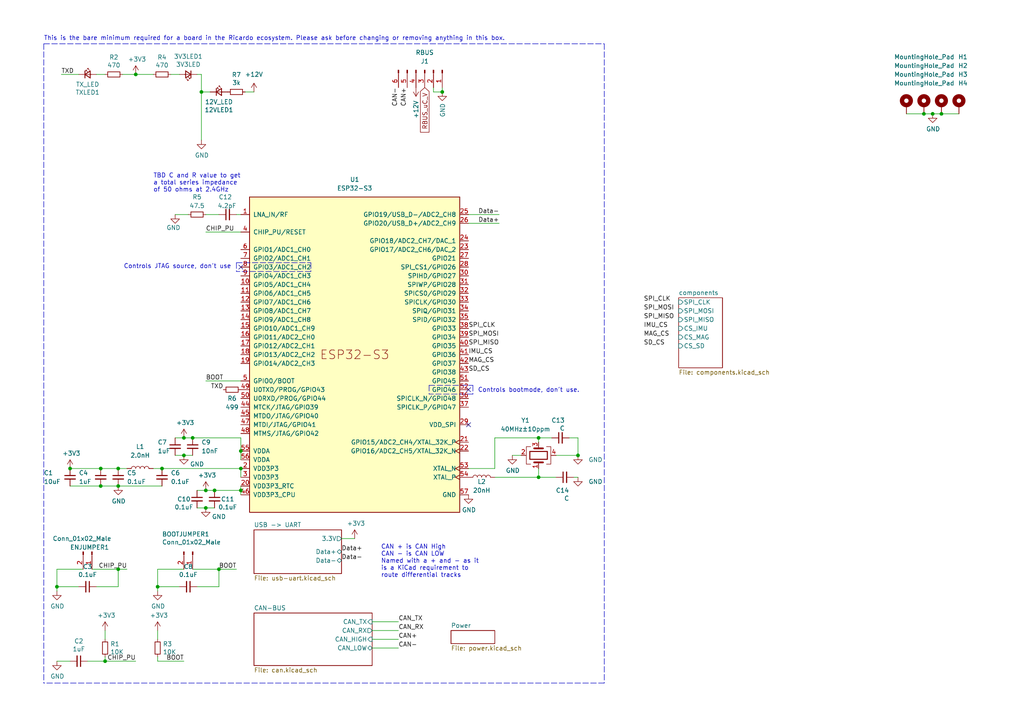
<source format=kicad_sch>
(kicad_sch (version 20211123) (generator eeschema)
  (paper "A4")
  (lib_symbols
    (symbol "Connector:Conn_01x02_Male" (pin_names (offset 1.016) hide)
      (property "Reference" "J" (at 0 2.54 0))
      (property "Value" "Conn_01x02_Male" (at 0 -5.08 0))
      (symbol "Conn_01x02_Male_1_1"
        (polyline (pts (xy 1.27 -2.54) (xy 0.8636 -2.54)) (stroke (width 0.1524)))
        (polyline (pts (xy 1.27 0) (xy 0.8636 0)) (stroke (width 0.1524)))
        (rectangle (start 0.8636 -2.413) (end 0 -2.667) (stroke (width 0.1524)) (fill (type outline)))
        (rectangle (start 0.8636 0.127) (end 0 -0.127) (stroke (width 0.1524)) (fill (type outline)))
        (pin passive line (at 5.08 0 180) (length 3.81) (name "Pin_1") (number "1"))
        (pin passive line (at 5.08 -2.54 180) (length 3.81) (name "Pin_2") (number "2"))
      )
    )
    (symbol "Connector:Conn_01x06_Male" (pin_names (offset 1.016) hide)
      (property "Reference" "J" (at 0 7.62 0))
      (property "Value" "Conn_01x06_Male" (at 0 -10.16 0))
      (symbol "Conn_01x06_Male_1_1"
        (polyline (pts (xy 1.27 -7.62) (xy 0.8636 -7.62)) (stroke (width 0.1524)))
        (polyline (pts (xy 1.27 -5.08) (xy 0.8636 -5.08)) (stroke (width 0.1524)))
        (polyline (pts (xy 1.27 -2.54) (xy 0.8636 -2.54)) (stroke (width 0.1524)))
        (polyline (pts (xy 1.27 0) (xy 0.8636 0)) (stroke (width 0.1524)))
        (polyline (pts (xy 1.27 2.54) (xy 0.8636 2.54)) (stroke (width 0.1524)))
        (polyline (pts (xy 1.27 5.08) (xy 0.8636 5.08)) (stroke (width 0.1524)))
        (rectangle (start 0.8636 -7.493) (end 0 -7.747) (stroke (width 0.1524)) (fill (type outline)))
        (rectangle (start 0.8636 -4.953) (end 0 -5.207) (stroke (width 0.1524)) (fill (type outline)))
        (rectangle (start 0.8636 -2.413) (end 0 -2.667) (stroke (width 0.1524)) (fill (type outline)))
        (rectangle (start 0.8636 0.127) (end 0 -0.127) (stroke (width 0.1524)) (fill (type outline)))
        (rectangle (start 0.8636 2.667) (end 0 2.413) (stroke (width 0.1524)) (fill (type outline)))
        (rectangle (start 0.8636 5.207) (end 0 4.953) (stroke (width 0.1524)) (fill (type outline)))
        (pin passive line (at 5.08 5.08 180) (length 3.81) (name "Pin_1") (number "1"))
        (pin passive line (at 5.08 2.54 180) (length 3.81) (name "Pin_2") (number "2"))
        (pin passive line (at 5.08 0 180) (length 3.81) (name "Pin_3") (number "3"))
        (pin passive line (at 5.08 -2.54 180) (length 3.81) (name "Pin_4") (number "4"))
        (pin passive line (at 5.08 -5.08 180) (length 3.81) (name "Pin_5") (number "5"))
        (pin passive line (at 5.08 -7.62 180) (length 3.81) (name "Pin_6") (number "6"))
      )
    )
    (symbol "Device:C_Small" (pin_numbers hide) (pin_names (offset 0.254) hide)
      (property "Reference" "C" (at 0.254 1.778 0))
      (property "Value" "C_Small" (at 0.254 -2.032 0))
      (symbol "C_Small_0_1"
        (polyline (pts (xy -1.524 -0.508) (xy 1.524 -0.508)) (stroke (width 0.3302)))
        (polyline (pts (xy -1.524 0.508) (xy 1.524 0.508)) (stroke (width 0.3048)))
      )
      (symbol "C_Small_1_1"
        (pin passive line (at 0 2.54 270) (length 2.032) (name "~") (number "1"))
        (pin passive line (at 0 -2.54 90) (length 2.032) (name "~") (number "2"))
      )
    )
    (symbol "Device:Crystal_GND24" (pin_names (offset 1.016) hide)
      (property "Reference" "Y" (at 3.175 5.08 0))
      (property "Value" "Crystal_GND24" (at 3.175 3.175 0))
      (symbol "Crystal_GND24_0_1"
        (rectangle (start -1.143 2.54) (end 1.143 -2.54) (stroke (width 0.3048)))
        (polyline (pts (xy -2.54 0) (xy -2.032 0)))
        (polyline (pts (xy -2.032 -1.27) (xy -2.032 1.27)) (stroke (width 0.508)))
        (polyline (pts (xy 0 -3.81) (xy 0 -3.556)))
        (polyline (pts (xy 0 3.556) (xy 0 3.81)))
        (polyline (pts (xy 2.032 -1.27) (xy 2.032 1.27)) (stroke (width 0.508)))
        (polyline (pts (xy 2.032 0) (xy 2.54 0)))
        (polyline (pts (xy -2.54 -2.286) (xy -2.54 -3.556) (xy 2.54 -3.556) (xy 2.54 -2.286)))
        (polyline (pts (xy -2.54 2.286) (xy -2.54 3.556) (xy 2.54 3.556) (xy 2.54 2.286)))
      )
      (symbol "Crystal_GND24_1_1"
        (pin passive line (at -3.81 0 0) (length 1.27) (name "1") (number "1"))
        (pin passive line (at 0 5.08 270) (length 1.27) (name "2") (number "2"))
        (pin passive line (at 3.81 0 180) (length 1.27) (name "3") (number "3"))
        (pin passive line (at 0 -5.08 90) (length 1.27) (name "4") (number "4"))
      )
    )
    (symbol "Device:L" (pin_numbers hide) (pin_names (offset 1.016) hide)
      (property "Reference" "L" (at -1.27 0 90))
      (property "Value" "L" (at 1.905 0 90))
      (symbol "L_0_1"
        (arc (start 0 -2.54) (mid 0.635 -1.905) (end 0 -1.27))
        (arc (start 0 -1.27) (mid 0.635 -0.635) (end 0 0))
        (arc (start 0 0) (mid 0.635 0.635) (end 0 1.27))
        (arc (start 0 1.27) (mid 0.635 1.905) (end 0 2.54))
      )
      (symbol "L_1_1"
        (pin passive line (at 0 3.81 270) (length 1.27) (name "1") (number "1"))
        (pin passive line (at 0 -3.81 90) (length 1.27) (name "2") (number "2"))
      )
    )
    (symbol "Device:LED_Small" (pin_numbers hide) (pin_names (offset 0.254) hide)
      (property "Reference" "D" (at -1.27 3.175 0))
      (property "Value" "LED_Small" (at -4.445 -2.54 0))
      (symbol "LED_Small_0_1"
        (polyline (pts (xy -0.762 -1.016) (xy -0.762 1.016)) (stroke (width 0.254)))
        (polyline (pts (xy 1.016 0) (xy -0.762 0)))
        (polyline (pts (xy 0.762 -1.016) (xy -0.762 0) (xy 0.762 1.016) (xy 0.762 -1.016)) (stroke (width 0.254)))
        (polyline (pts (xy 0 0.762) (xy -0.508 1.27) (xy -0.254 1.27) (xy -0.508 1.27) (xy -0.508 1.016)))
        (polyline (pts (xy 0.508 1.27) (xy 0 1.778) (xy 0.254 1.778) (xy 0 1.778) (xy 0 1.524)))
      )
      (symbol "LED_Small_1_1"
        (pin passive line (at -2.54 0 0) (length 1.778) (name "K") (number "1"))
        (pin passive line (at 2.54 0 180) (length 1.778) (name "A") (number "2"))
      )
    )
    (symbol "Device:R_Small" (pin_numbers hide) (pin_names (offset 0.254) hide)
      (property "Reference" "R" (at 0.762 0.508 0))
      (property "Value" "R_Small" (at 0.762 -1.016 0))
      (symbol "R_Small_0_1"
        (rectangle (start -0.762 1.778) (end 0.762 -1.778) (stroke (width 0.2032)))
      )
      (symbol "R_Small_1_1"
        (pin passive line (at 0 2.54 270) (length 0.762) (name "~") (number "1"))
        (pin passive line (at 0 -2.54 90) (length 0.762) (name "~") (number "2"))
      )
    )
    (symbol "Espressif:ESP32-S3" (pin_names (offset 1.016))
      (property "Reference" "U" (at 0 48.26 0))
      (property "Value" "ESP32-S3" (at 0 -48.26 0))
      (symbol "ESP32-S3_0_0"
        (text "ESP32-S3" (at 0 0 0) (effects (font (size 2.54 2.54))))
        (pin bidirectional line (at 33.02 -12.7 180) (length 2.54) (name "SPICLK_N/GPIO48") (number "36"))
        (pin bidirectional line (at 33.02 -15.24 180) (length 2.54) (name "SPICLK_P/GPIO47") (number "37"))
      )
      (symbol "ESP32-S3_0_1"
        (rectangle (start -30.48 45.72) (end 30.48 -45.72) (stroke (width 0.254)) (fill (type background)))
      )
      (symbol "ESP32-S3_1_1"
        (pin bidirectional line (at -33.02 40.64 0) (length 2.54) (name "LNA_IN/RF") (number "1"))
        (pin bidirectional line (at -33.02 20.32 0) (length 2.54) (name "GPIO5/ADC1_CH4") (number "10"))
        (pin bidirectional line (at -33.02 17.78 0) (length 2.54) (name "GPIO6/ADC1_CH5") (number "11"))
        (pin bidirectional line (at -33.02 15.24 0) (length 2.54) (name "GPIO7/ADC1_CH6") (number "12"))
        (pin bidirectional line (at -33.02 12.7 0) (length 2.54) (name "GPIO8/ADC1_CH7") (number "13"))
        (pin bidirectional line (at -33.02 10.16 0) (length 2.54) (name "GPIO9/ADC1_CH8") (number "14"))
        (pin bidirectional line (at -33.02 7.62 0) (length 2.54) (name "GPIO10/ADC1_CH9") (number "15"))
        (pin bidirectional line (at -33.02 5.08 0) (length 2.54) (name "GPIO11/ADC2_CH0") (number "16"))
        (pin bidirectional line (at -33.02 2.54 0) (length 2.54) (name "GPIO12/ADC2_CH1") (number "17"))
        (pin bidirectional line (at -33.02 0 0) (length 2.54) (name "GPIO13/ADC2_CH2") (number "18"))
        (pin bidirectional line (at -33.02 -2.54 0) (length 2.54) (name "GPIO14/ADC2_CH3") (number "19"))
        (pin power_in line (at -33.02 -33.02 0) (length 2.54) (name "VDD3P3") (number "2"))
        (pin power_in line (at -33.02 -38.1 0) (length 2.54) (name "VDD3P3_RTC") (number "20"))
        (pin input clock (at 33.02 -25.4 180) (length 2.54) (name "GPIO15/ADC2_CH4/XTAL_32K_P") (number "21"))
        (pin output clock (at 33.02 -27.94 180) (length 2.54) (name "GPIO16/ADC2_CH5/XTAL_32K_N") (number "22"))
        (pin bidirectional line (at 33.02 30.48 180) (length 2.54) (name "GPIO17/ADC2_CH6/DAC_2") (number "23"))
        (pin bidirectional line (at 33.02 33.02 180) (length 2.54) (name "GPIO18/ADC2_CH7/DAC_1") (number "24"))
        (pin bidirectional line (at 33.02 40.64 180) (length 2.54) (name "GPIO19/USB_D-/ADC2_CH8") (number "25"))
        (pin bidirectional line (at 33.02 38.1 180) (length 2.54) (name "GPIO20/USB_D+/ADC2_CH9") (number "26"))
        (pin bidirectional line (at 33.02 27.94 180) (length 2.54) (name "GPIO21") (number "27"))
        (pin bidirectional line (at 33.02 25.4 180) (length 2.54) (name "SPI_CS1/GPIO26") (number "28"))
        (pin power_out line (at 33.02 -20.32 180) (length 2.54) (name "VDD_SPI") (number "29"))
        (pin power_in line (at -33.02 -35.56 0) (length 2.54) (name "VDD3P3") (number "3"))
        (pin bidirectional line (at 33.02 22.86 180) (length 2.54) (name "SPIHD/GPIO27") (number "30"))
        (pin bidirectional line (at 33.02 20.32 180) (length 2.54) (name "SPIWP/GPIO28") (number "31"))
        (pin bidirectional line (at 33.02 17.78 180) (length 2.54) (name "SPICS0/GPIO29") (number "32"))
        (pin bidirectional line (at 33.02 15.24 180) (length 2.54) (name "SPICLK/GPIO30") (number "33"))
        (pin bidirectional line (at 33.02 12.7 180) (length 2.54) (name "SPIQ/GPIO31") (number "34"))
        (pin bidirectional line (at 33.02 10.16 180) (length 2.54) (name "SPID/GPIO32") (number "35"))
        (pin bidirectional line (at 33.02 7.62 180) (length 2.54) (name "GPIO33") (number "38"))
        (pin bidirectional line (at 33.02 5.08 180) (length 2.54) (name "GPIO34") (number "39"))
        (pin input line (at -33.02 35.56 0) (length 2.54) (name "CHIP_PU/RESET") (number "4"))
        (pin bidirectional line (at 33.02 2.54 180) (length 2.54) (name "GPIO35") (number "40"))
        (pin bidirectional line (at 33.02 0 180) (length 2.54) (name "GPIO36") (number "41"))
        (pin bidirectional line (at 33.02 -2.54 180) (length 2.54) (name "GPIO37") (number "42"))
        (pin bidirectional line (at 33.02 -5.08 180) (length 2.54) (name "GPIO38") (number "43"))
        (pin bidirectional line (at -33.02 -15.24 0) (length 2.54) (name "MTCK/JTAG/GPIO39") (number "44"))
        (pin bidirectional line (at -33.02 -17.78 0) (length 2.54) (name "MTDO/JTAG/GPIO40") (number "45"))
        (pin power_in line (at -33.02 -40.64 0) (length 2.54) (name "VDD3P3_CPU") (number "46"))
        (pin bidirectional line (at -33.02 -20.32 0) (length 2.54) (name "MTDI/JTAG/GPIO41") (number "47"))
        (pin bidirectional line (at -33.02 -22.86 0) (length 2.54) (name "MTMS/JTAG/GPIO42") (number "48"))
        (pin bidirectional line (at -33.02 -10.16 0) (length 2.54) (name "U0TXD/PROG/GPIO43") (number "49"))
        (pin bidirectional line (at -33.02 -7.62 0) (length 2.54) (name "GPIO0/BOOT") (number "5"))
        (pin bidirectional line (at -33.02 -12.7 0) (length 2.54) (name "U0RXD/PROG/GPIO44") (number "50"))
        (pin bidirectional line (at 33.02 -7.62 180) (length 2.54) (name "GPIO45") (number "51"))
        (pin bidirectional line (at 33.02 -10.16 180) (length 2.54) (name "GPIO46") (number "52"))
        (pin input clock (at 33.02 -33.02 180) (length 2.54) (name "XTAL_N") (number "53"))
        (pin output clock (at 33.02 -35.56 180) (length 2.54) (name "XTAL_P") (number "54"))
        (pin power_in line (at -33.02 -27.94 0) (length 2.54) (name "VDDA") (number "55"))
        (pin power_in line (at -33.02 -30.48 0) (length 2.54) (name "VDDA") (number "56"))
        (pin power_in line (at 33.02 -40.64 180) (length 2.54) (name "GND") (number "57"))
        (pin bidirectional line (at -33.02 30.48 0) (length 2.54) (name "GPIO1/ADC1_CH0") (number "6"))
        (pin bidirectional line (at -33.02 27.94 0) (length 2.54) (name "GPIO2/ADC1_CH1") (number "7"))
        (pin bidirectional line (at -33.02 25.4 0) (length 2.54) (name "GPIO3/ADC1_CH2") (number "8"))
        (pin bidirectional line (at -33.02 22.86 0) (length 2.54) (name "GPIO4/ADC1_CH3") (number "9"))
      )
    )
    (symbol "Mechanical:MountingHole_Pad" (pin_numbers hide) (pin_names (offset 1.016) hide)
      (property "Reference" "H" (at 0 6.35 0))
      (property "Value" "MountingHole_Pad" (at 0 4.445 0))
      (symbol "MountingHole_Pad_0_1"
        (circle (center 0 1.27) (radius 1.27) (stroke (width 1.27)))
      )
      (symbol "MountingHole_Pad_1_1"
        (pin input line (at 0 -2.54 90) (length 2.54) (name "1") (number "1"))
      )
    )
    (symbol "power:+12V" (power) (pin_names (offset 0))
      (property "Value" "+12V" (at 0 3.556 0))
      (symbol "+12V_0_1"
        (polyline (pts (xy -0.762 1.27) (xy 0 2.54)))
        (polyline (pts (xy 0 0) (xy 0 2.54)))
        (polyline (pts (xy 0 2.54) (xy 0.762 1.27)))
      )
      (symbol "+12V_1_1"
        (pin power_in line (at 0 0 90) (length 0) hide (name "+12V") (number "1"))
      )
    )
    (symbol "power:+3.3V" (power) (pin_names (offset 0))
      (property "Value" "+3.3V" (at 0 3.556 0))
      (symbol "+3.3V_0_1"
        (polyline (pts (xy -0.762 1.27) (xy 0 2.54)))
        (polyline (pts (xy 0 0) (xy 0 2.54)))
        (polyline (pts (xy 0 2.54) (xy 0.762 1.27)))
      )
      (symbol "+3.3V_1_1"
        (pin power_in line (at 0 0 90) (length 0) hide (name "+3V3") (number "1"))
      )
    )
    (symbol "power:GND" (power) (pin_names (offset 0))
      (property "Value" "GND" (at 0 -3.81 0))
      (symbol "GND_0_1"
        (polyline (pts (xy 0 0) (xy 0 -1.27) (xy 1.27 -1.27) (xy 0 -2.54) (xy -1.27 -1.27) (xy 0 -1.27)))
      )
      (symbol "GND_1_1"
        (pin power_in line (at 0 0 270) (length 0) hide (name "GND") (number "1"))
      )
    )
  )
  (junction (at 39.37 21.59))
  (junction (at 59.69 142.24))
  (junction (at 53.34 127))
  (junction (at 58.42 26.67))
  (junction (at 30.48 191.77))
  (junction (at 69.85 142.24))
  (junction (at 55.88 127))
  (junction (at 63.5 165.1))
  (junction (at 59.69 147.32))
  (junction (at 62.23 142.24))
  (junction (at 34.29 135.89))
  (junction (at 20.32 135.89))
  (junction (at 45.72 170.18))
  (junction (at 29.21 135.89))
  (junction (at 34.29 140.97))
  (junction (at 156.21 127))
  (junction (at 273.05 33.02))
  (junction (at 53.34 132.08))
  (junction (at 156.21 138.43))
  (junction (at 69.85 130.81))
  (junction (at 29.21 140.97))
  (junction (at 16.51 170.18))
  (junction (at 270.51 33.02))
  (junction (at 267.97 33.02))
  (junction (at 167.64 132.08))
  (junction (at 46.99 135.89))
  (junction (at 128.27 26.67))
  (junction (at 34.29 165.1))
  (junction (at 69.85 135.89))
  (no_connect (at 69.85 77.47))
  (no_connect (at 135.89 113.03))
  (no_connect (at 135.89 123.19))
  (wire (pts (xy 30.48 191.77) (xy 30.48 190.5)))
  (wire (pts (xy 135.89 62.23) (xy 144.78 62.23)))
  (wire (pts (xy 69.85 135.89) (xy 69.85 138.43)))
  (polyline (pts (xy 90.17 78.74) (xy 68.58 78.74)))
  (wire (pts (xy 63.5 170.18) (xy 63.5 165.1)))
  (polyline (pts (xy 68.58 76.2) (xy 68.58 78.74)))
  (wire (pts (xy 60.96 26.67) (xy 58.42 26.67)))
  (wire (pts (xy 16.51 191.77) (xy 20.32 191.77)))
  (wire (pts (xy 107.95 180.34) (xy 115.57 180.34)))
  (wire (pts (xy 128.27 25.4) (xy 128.27 26.67)))
  (wire (pts (xy 160.02 127) (xy 156.21 127)))
  (wire (pts (xy 45.72 165.1) (xy 53.34 165.1)))
  (wire (pts (xy 125.73 26.67) (xy 128.27 26.67)))
  (wire (pts (xy 58.42 21.59) (xy 57.15 21.59)))
  (wire (pts (xy 29.21 135.89) (xy 34.29 135.89)))
  (wire (pts (xy 143.51 138.43) (xy 156.21 138.43)))
  (wire (pts (xy 59.69 110.49) (xy 69.85 110.49)))
  (polyline (pts (xy 12.7 12.7) (xy 12.7 198.12)))
  (wire (pts (xy 267.97 33.02) (xy 262.89 33.02)))
  (wire (pts (xy 16.51 170.18) (xy 16.51 171.45)))
  (wire (pts (xy 57.15 170.18) (xy 63.5 170.18)))
  (polyline (pts (xy 137.16 111.76) (xy 137.16 114.3)))
  (wire (pts (xy 68.58 165.1) (xy 63.5 165.1)))
  (wire (pts (xy 68.58 62.23) (xy 69.85 62.23)))
  (wire (pts (xy 27.94 21.59) (xy 30.48 21.59)))
  (wire (pts (xy 16.51 165.1) (xy 16.51 170.18)))
  (wire (pts (xy 161.29 132.08) (xy 167.64 132.08)))
  (wire (pts (xy 30.48 182.88) (xy 30.48 185.42)))
  (wire (pts (xy 57.15 147.32) (xy 59.69 147.32)))
  (polyline (pts (xy 68.58 76.2) (xy 90.17 76.2)))
  (wire (pts (xy 34.29 135.89) (xy 36.83 135.89)))
  (wire (pts (xy 69.85 142.24) (xy 69.85 143.51)))
  (wire (pts (xy 62.23 142.24) (xy 69.85 142.24)))
  (wire (pts (xy 53.34 132.08) (xy 55.88 132.08)))
  (wire (pts (xy 143.51 135.89) (xy 143.51 127)))
  (wire (pts (xy 156.21 127) (xy 156.21 128.27)))
  (wire (pts (xy 34.29 165.1) (xy 36.83 165.1)))
  (wire (pts (xy 50.8 132.08) (xy 53.34 132.08)))
  (polyline (pts (xy 124.46 111.76) (xy 124.46 114.3)))
  (polyline (pts (xy 12.7 12.7) (xy 175.26 12.7)))
  (wire (pts (xy 44.45 135.89) (xy 46.99 135.89)))
  (wire (pts (xy 69.85 130.81) (xy 69.85 133.35)))
  (wire (pts (xy 22.86 170.18) (xy 16.51 170.18)))
  (wire (pts (xy 50.8 127) (xy 53.34 127)))
  (wire (pts (xy 17.78 21.59) (xy 22.86 21.59)))
  (wire (pts (xy 52.07 170.18) (xy 45.72 170.18)))
  (wire (pts (xy 50.8 62.23) (xy 54.61 62.23)))
  (wire (pts (xy 59.69 62.23) (xy 63.5 62.23)))
  (wire (pts (xy 278.13 33.02) (xy 273.05 33.02)))
  (wire (pts (xy 29.21 140.97) (xy 34.29 140.97)))
  (wire (pts (xy 35.56 21.59) (xy 39.37 21.59)))
  (wire (pts (xy 55.88 127) (xy 69.85 127)))
  (wire (pts (xy 107.95 187.96) (xy 115.57 187.96)))
  (wire (pts (xy 107.95 182.88) (xy 115.57 182.88)))
  (wire (pts (xy 69.85 127) (xy 69.85 130.81)))
  (polyline (pts (xy 137.16 114.3) (xy 124.46 114.3)))
  (wire (pts (xy 55.88 165.1) (xy 63.5 165.1)))
  (wire (pts (xy 125.73 25.4) (xy 125.73 26.67)))
  (wire (pts (xy 25.4 191.77) (xy 30.48 191.77)))
  (wire (pts (xy 273.05 33.02) (xy 270.51 33.02)))
  (wire (pts (xy 135.89 135.89) (xy 143.51 135.89)))
  (wire (pts (xy 45.72 170.18) (xy 45.72 171.45)))
  (wire (pts (xy 45.72 191.77) (xy 45.72 190.5)))
  (wire (pts (xy 49.53 21.59) (xy 52.07 21.59)))
  (wire (pts (xy 148.59 132.08) (xy 151.13 132.08)))
  (wire (pts (xy 58.42 21.59) (xy 58.42 26.67)))
  (wire (pts (xy 161.29 138.43) (xy 156.21 138.43)))
  (wire (pts (xy 59.69 67.31) (xy 69.85 67.31)))
  (wire (pts (xy 53.34 191.77) (xy 45.72 191.77)))
  (wire (pts (xy 58.42 26.67) (xy 58.42 40.64)))
  (wire (pts (xy 156.21 135.89) (xy 156.21 138.43)))
  (wire (pts (xy 34.29 170.18) (xy 34.29 165.1)))
  (polyline (pts (xy 90.17 76.2) (xy 90.17 78.74)))
  (wire (pts (xy 143.51 127) (xy 156.21 127)))
  (wire (pts (xy 99.06 156.21) (xy 102.87 156.21)))
  (wire (pts (xy 167.64 138.43) (xy 166.37 138.43)))
  (wire (pts (xy 20.32 135.89) (xy 29.21 135.89)))
  (wire (pts (xy 167.64 127) (xy 167.64 132.08)))
  (wire (pts (xy 39.37 21.59) (xy 44.45 21.59)))
  (polyline (pts (xy 124.46 111.76) (xy 137.16 111.76)))
  (wire (pts (xy 59.69 147.32) (xy 62.23 147.32)))
  (wire (pts (xy 30.48 191.77) (xy 39.37 191.77)))
  (wire (pts (xy 270.51 33.02) (xy 267.97 33.02)))
  (wire (pts (xy 107.95 185.42) (xy 115.57 185.42)))
  (wire (pts (xy 53.34 127) (xy 55.88 127)))
  (wire (pts (xy 73.66 26.67) (xy 71.12 26.67)))
  (wire (pts (xy 46.99 135.89) (xy 69.85 135.89)))
  (polyline (pts (xy 175.26 12.7) (xy 175.26 198.12)))
  (wire (pts (xy 34.29 140.97) (xy 46.99 140.97)))
  (wire (pts (xy 135.89 64.77) (xy 144.78 64.77)))
  (wire (pts (xy 27.94 170.18) (xy 34.29 170.18)))
  (wire (pts (xy 45.72 165.1) (xy 45.72 170.18)))
  (wire (pts (xy 59.69 142.24) (xy 62.23 142.24)))
  (wire (pts (xy 57.15 142.24) (xy 59.69 142.24)))
  (wire (pts (xy 20.32 140.97) (xy 29.21 140.97)))
  (wire (pts (xy 69.85 142.24) (xy 69.85 140.97)))
  (wire (pts (xy 167.64 127) (xy 165.1 127)))
  (wire (pts (xy 26.67 165.1) (xy 34.29 165.1)))
  (wire (pts (xy 45.72 182.88) (xy 45.72 185.42)))
  (wire (pts (xy 16.51 165.1) (xy 24.13 165.1)))
  (polyline (pts (xy 175.26 198.12) (xy 12.7 198.12)))
  (text "Controls bootmode, don't use.\n" (at 138.5894 113.9757 0) (effects (font (size 1.27 1.27)) (justify left bottom)))
  (text "This is the bare minimum required for a board in the Ricardo ecosystem. Please ask before changing or removing anything in this box.\n\n" (at 12.7 13.97 0) (effects (font (size 1.27 1.27)) (justify left bottom)))
  (text "TBD C and R value to get\na total series impedance\nof 50 ohms at 2.4GHz\n" (at 44.45 55.88 0) (effects (font (size 1.27 1.27)) (justify left bottom)))
  (text "CAN + is CAN High\nCAN - is CAN LOW\nNamed with a + and - as it\nis a KiCad requirement to\nroute differential tracks\n" (at 110.49 167.64 0) (effects (font (size 1.27 1.27)) (justify left bottom)))
  (text "Controls JTAG source, don't use\n" (at 67.0857 78.0878 180) (effects (font (size 1.27 1.27)) (justify right bottom)))
  (label "CHIP_PU" (at 36.83 165.1 180))
  (label "SPI_CLK" (at 135.89 95.25 0))
  (label "MAG_CS" (at 186.69 97.79 0))
  (label "CAN+" (at 115.57 185.42 0))
  (label "Data+" (at 99.06 160.02 0))
  (label "SPI_MISO" (at 186.69 92.71 0))
  (label "Data-" (at 99.06 162.56 0))
  (label "BOOT" (at 53.34 191.77 180))
  (label "SPI_MOSI" (at 135.89 97.79 0))
  (label "CAN-" (at 115.57 25.4 270))
  (label "SD_CS" (at 135.89 107.95 0))
  (label "CAN+" (at 118.11 25.4 270))
  (label "CAN_TX" (at 115.57 180.34 0))
  (label "MAG_CS" (at 135.89 105.41 0))
  (label "BOOT" (at 68.58 165.1 180))
  (label "IMU_CS" (at 135.89 102.87 0))
  (label "BOOT" (at 59.69 110.49 0))
  (label "TXD" (at 64.77 113.03 180))
  (label "CHIP_PU" (at 59.69 67.31 0))
  (label "SPI_MOSI" (at 186.69 90.17 0))
  (label "CAN_RX" (at 115.57 182.88 0))
  (label "Data+" (at 144.78 64.77 180))
  (label "Data-" (at 144.78 62.23 180))
  (label "SD_CS" (at 186.69 100.33 0))
  (label "CAN-" (at 115.57 187.96 0))
  (label "SPI_MISO" (at 135.89 100.33 0))
  (label "IMU_CS" (at 186.69 95.25 0))
  (label "TXD" (at 17.78 21.59 0))
  (label "CHIP_PU" (at 39.37 191.77 180))
  (label "SPI_CLK" (at 186.69 87.63 0))
  (global_label "RBUS_uC_V" (shape input) (at 123.19 25.4 270) (property "Intersheet References" "${INTERSHEET_REFS}" (effects hide)))
  (symbol (lib_id "power:+3.3V") (at 30.48 182.88 0) (unit 1)
    (property "Reference" "#PWR04" (effects hide))
    (property "Value" "+3.3V" (at 30.861 178.4858 0))
  )
  (symbol (lib_id "Device:R_Small") (at 30.48 187.96 0) (unit 1)
    (property "Reference" "R1" (at 31.9786 186.7916 0) (effects (justify left)))
    (property "Value" "10K" (at 31.9786 189.103 0) (effects (justify left)))
    (property "Footprint" "Resistor_SMD:R_0402_1005Metric" (effects hide))
  )
  (symbol (lib_id "Device:C_Small") (at 22.86 191.77 270) (unit 1)
    (property "Reference" "C2" (at 22.86 185.9534 90))
    (property "Value" "1uF" (at 22.86 188.2648 90))
    (property "Footprint" "Capacitor_SMD:C_0402_1005Metric" (effects hide))
  )
  (symbol (lib_id "power:GND") (at 16.51 191.77 0) (unit 1)
    (property "Reference" "#PWR02" (effects hide))
    (property "Value" "GND" (at 16.637 196.1642 0))
  )
  (symbol (lib_id "power:+3.3V") (at 45.72 182.88 0) (unit 1)
    (property "Reference" "#PWR08" (effects hide))
    (property "Value" "+3.3V" (at 46.101 178.4858 0))
  )
  (symbol (lib_id "Device:R_Small") (at 45.72 187.96 0) (unit 1)
    (property "Reference" "R3" (at 47.2186 186.7916 0) (effects (justify left)))
    (property "Value" "10K" (at 47.2186 189.103 0) (effects (justify left)))
    (property "Footprint" "Resistor_SMD:R_0402_1005Metric" (effects hide))
  )
  (symbol (lib_id "power:GND") (at 45.72 171.45 0) (unit 1)
    (property "Reference" "#PWR07" (effects hide))
    (property "Value" "GND" (at 45.847 175.8442 0))
  )
  (symbol (lib_id "Device:C_Small") (at 54.61 170.18 270) (unit 1)
    (property "Reference" "C8" (at 54.61 164.3634 90))
    (property "Value" "0.1uF" (at 54.61 166.6748 90))
    (property "Footprint" "Capacitor_SMD:C_0402_1005Metric" (effects hide))
  )
  (symbol (lib_id "power:GND") (at 16.51 171.45 0) (unit 1)
    (property "Reference" "#PWR01" (effects hide))
    (property "Value" "GND" (at 16.637 175.8442 0))
  )
  (symbol (lib_id "Device:C_Small") (at 25.4 170.18 270) (unit 1)
    (property "Reference" "C3" (at 25.4 164.3634 90))
    (property "Value" "0.1uF" (at 25.4 166.6748 90))
    (property "Footprint" "Capacitor_SMD:C_0402_1005Metric" (effects hide))
  )
  (symbol (lib_id "Device:LED_Small") (at 25.4 21.59 0) (unit 1)
    (property "Reference" "TXLED1" (at 25.4 26.797 0))
    (property "Value" "TX_LED" (at 25.4 24.4856 0))
    (property "Footprint" "Resistor_SMD:R_0402_1005Metric" (effects hide))
  )
  (symbol (lib_id "Device:R_Small") (at 33.02 21.59 270) (unit 1)
    (property "Reference" "R2" (at 33.02 16.6116 90))
    (property "Value" "470" (at 33.02 18.923 90))
    (property "Footprint" "Resistor_SMD:R_0402_1005Metric" (effects hide))
  )
  (symbol (lib_id "power:GND") (at 58.42 40.64 0) (unit 1)
    (property "Reference" "#PWR012" (effects hide))
    (property "Value" "GND" (at 58.547 45.0342 0))
  )
  (symbol (lib_id "power:+3.3V") (at 39.37 21.59 0) (unit 1)
    (property "Reference" "#PWR06" (effects hide))
    (property "Value" "+3.3V" (at 39.751 17.1958 0))
  )
  (symbol (lib_id "Device:LED_Small") (at 54.61 21.59 180) (unit 1)
    (property "Reference" "3V3LED1" (at 54.61 16.383 0))
    (property "Value" "3V3LED" (at 54.61 18.6944 0))
    (property "Footprint" "Resistor_SMD:R_0402_1005Metric" (effects hide))
  )
  (symbol (lib_id "Device:R_Small") (at 46.99 21.59 270) (unit 1)
    (property "Reference" "R4" (at 46.99 16.6116 90))
    (property "Value" "470" (at 46.99 18.923 90))
    (property "Footprint" "Resistor_SMD:R_0402_1005Metric" (effects hide))
  )
  (symbol (lib_id "Connector:Conn_01x02_Male") (at 26.67 160.02 270) (unit 1)
    (property "Reference" "ENJUMPER1" (at 20.32 158.75 90) (effects (justify left)))
    (property "Value" "Conn_01x02_Male" (at 15.24 156.21 90) (effects (justify left)))
    (property "Footprint" "Connector_PinHeader_2.54mm:PinHeader_1x02_P2.54mm_Vertical" (effects hide))
  )
  (symbol (lib_id "Connector:Conn_01x02_Male") (at 55.88 160.02 270) (unit 1)
    (property "Reference" "BOOTJUMPER1" (at 46.99 154.94 90) (effects (justify left)))
    (property "Value" "Conn_01x02_Male" (at 46.99 157.2514 90) (effects (justify left)))
    (property "Footprint" "Connector_PinHeader_2.54mm:PinHeader_1x02_P2.54mm_Vertical" (effects hide))
  )
  (symbol (lib_id "power:+3.3V") (at 102.87 156.21 0) (unit 1)
    (property "Reference" "#PWR016" (effects hide))
    (property "Value" "+3.3V" (at 103.251 151.8158 0))
  )
  (symbol (lib_id "power:GND") (at 128.27 26.67 0) (unit 1)
    (property "Reference" "#PWR018" (effects hide))
    (property "Value" "GND" (at 128.397 29.9212 90) (effects (justify right)))
  )
  (symbol (lib_id "Connector:Conn_01x06_Male") (at 123.19 20.32 270) (unit 1)
    (property "Reference" "J1" (at 123.19 17.78 90))
    (property "Value" "RBUS" (at 123.19 15.24 90))
    (property "Footprint" "Connector_Molex:Molex_Mini-Fit_Jr_5566-06A_2x03_P4.20mm_Vertical" (effects hide))
  )
  (symbol (lib_id "Device:LED_Small") (at 63.5 26.67 0) (unit 1)
    (property "Reference" "12VLED1" (at 63.5 31.877 0))
    (property "Value" "12V_LED" (at 63.5 29.5656 0))
    (property "Footprint" "Resistor_SMD:R_0402_1005Metric" (effects hide))
  )
  (symbol (lib_id "Device:R_Small") (at 68.58 26.67 270) (unit 1)
    (property "Reference" "R7" (at 68.58 21.6916 90))
    (property "Value" "3k" (at 68.58 24.003 90))
    (property "Footprint" "Resistor_SMD:R_0402_1005Metric" (effects hide))
  )
  (symbol (lib_id "power:GND") (at 167.64 132.08 0) (unit 1)
    (property "Reference" "#PWR021" (effects hide))
    (property "Value" "GND" (at 172.72 133.35 0))
  )
  (symbol (lib_id "power:GND") (at 34.29 140.97 0) (unit 1)
    (property "Reference" "#PWR05" (effects hide))
    (property "Value" "GND" (at 34.417 145.3642 0))
  )
  (symbol (lib_id "Device:C_Small") (at 55.88 129.54 0) (unit 1)
    (property "Reference" "C9" (at 58.42 128.2762 0) (effects (justify left)))
    (property "Value" "10nF" (at 58.42 130.8162 0) (effects (justify left)))
    (property "Footprint" "Capacitor_SMD:C_0402_1005Metric" (effects hide))
  )
  (symbol (lib_id "power:+3.3V") (at 53.34 127 0) (unit 1)
    (property "Reference" "#PWR010" (effects hide))
    (property "Value" "+3.3V" (at 53.721 122.6058 0))
  )
  (symbol (lib_id "Mechanical:MountingHole_Pad") (at 267.97 30.48 0) (unit 1)
    (property "Reference" "H2" (at 280.67 19.05 0) (effects (justify right)))
    (property "Value" "MountingHole_Pad" (at 276.86 21.59 0) (effects (justify right)))
    (property "Footprint" "MountingHole:MountingHole_3.2mm_M3_DIN965_Pad" (effects hide))
  )
  (symbol (lib_id "Device:C_Small") (at 50.8 129.54 0) (unit 1)
    (property "Reference" "C7" (at 45.72 128.27 0) (effects (justify left)))
    (property "Value" "1uF" (at 45.72 130.81 0) (effects (justify left)))
    (property "Footprint" "Capacitor_SMD:C_0402_1005Metric" (effects hide))
  )
  (symbol (lib_id "power:+12V") (at 73.66 26.67 0) (unit 1)
    (property "Reference" "#PWR015" (effects hide))
    (property "Value" "+12V" (at 73.66 21.59 0))
  )
  (symbol (lib_id "Mechanical:MountingHole_Pad") (at 278.13 30.48 0) (unit 1)
    (property "Reference" "H4" (at 280.67 24.13 0) (effects (justify right)))
    (property "Value" "MountingHole_Pad" (at 276.86 16.51 0) (effects (justify right)))
    (property "Footprint" "MountingHole:MountingHole_3.2mm_M3_DIN965_Pad" (effects hide))
  )
  (symbol (lib_id "power:GND") (at 59.69 147.32 0) (unit 1)
    (property "Reference" "#PWR014" (effects hide))
    (property "Value" "GND" (at 63.5 149.86 0))
  )
  (symbol (lib_id "power:+12V") (at 120.65 25.4 180) (unit 1)
    (property "Reference" "#PWR017" (effects hide))
    (property "Value" "+12V" (at 120.65 31.75 90))
  )
  (symbol (lib_id "Device:C_Small") (at 20.32 138.43 0) (unit 1)
    (property "Reference" "C1" (at 12.7 137.16 0) (effects (justify left)))
    (property "Value" "10uF" (at 12.7 139.7 0) (effects (justify left)))
    (property "Footprint" "Capacitor_SMD:C_0402_1005Metric" (effects hide))
  )
  (symbol (lib_id "Device:C_Small") (at 57.15 144.78 0) (unit 1)
    (property "Reference" "C10" (at 53.34 144.78 0))
    (property "Value" "0.1uF" (at 53.34 147.0914 0))
    (property "Footprint" "Capacitor_SMD:C_0402_1005Metric" (effects hide))
  )
  (symbol (lib_id "Device:C_Small") (at 163.83 138.43 90) (unit 1)
    (property "Reference" "C14" (at 165.1 142.24 90) (effects (justify left)))
    (property "Value" "C" (at 165.1 144.5514 90) (effects (justify left)))
    (property "Footprint" "Capacitor_SMD:C_0402_1005Metric" (effects hide))
  )
  (symbol (lib_id "power:GND") (at 167.64 138.43 0) (unit 1)
    (property "Reference" "#PWR022" (effects hide))
    (property "Value" "GND" (at 172.72 139.7 0))
  )
  (symbol (lib_id "Device:C_Small") (at 34.29 138.43 0) (unit 1)
    (property "Reference" "C5" (at 36.83 137.1662 0) (effects (justify left)))
    (property "Value" "0.1uF" (at 36.83 139.7062 0) (effects (justify left)))
    (property "Footprint" "Capacitor_SMD:C_0402_1005Metric" (effects hide))
  )
  (symbol (lib_id "power:GND") (at 53.34 132.08 0) (unit 1)
    (property "Reference" "#PWR011" (effects hide))
    (property "Value" "GND" (at 57.15 134.62 0))
  )
  (symbol (lib_id "Mechanical:MountingHole_Pad") (at 262.89 30.48 0) (unit 1)
    (property "Reference" "H1" (at 280.67 16.51 0) (effects (justify right)))
    (property "Value" "MountingHole_Pad" (at 276.86 24.13 0) (effects (justify right)))
    (property "Footprint" "MountingHole:MountingHole_3.2mm_M3_DIN965_Pad" (effects hide))
  )
  (symbol (lib_id "Device:C_Small") (at 62.23 144.78 0) (unit 1)
    (property "Reference" "C11" (at 66.04 144.78 0))
    (property "Value" "0.1uF" (at 66.04 147.0914 0))
    (property "Footprint" "Capacitor_SMD:C_0402_1005Metric" (effects hide))
  )
  (symbol (lib_id "Device:C_Small") (at 162.56 127 90) (unit 1)
    (property "Reference" "C13" (at 163.83 121.92 90) (effects (justify left)))
    (property "Value" "C" (at 163.83 124.2314 90) (effects (justify left)))
    (property "Footprint" "Capacitor_SMD:C_0402_1005Metric" (effects hide))
  )
  (symbol (lib_id "power:GND") (at 148.59 132.08 0) (unit 1)
    (property "Reference" "#PWR020" (effects hide))
    (property "Value" "GND" (at 148.717 136.4742 0))
  )
  (symbol (lib_id "Device:L") (at 139.7 138.43 90) (unit 1)
    (property "Reference" "L2" (at 139.7 139.7 90))
    (property "Value" "20nH" (at 139.7 142.24 90))
    (property "Footprint" "Inductor_SMD:L_0402_1005Metric" (effects hide))
  )
  (symbol (lib_id "power:+3.3V") (at 59.69 142.24 0) (unit 1)
    (property "Reference" "#PWR013" (effects hide))
    (property "Value" "+3.3V" (at 60.071 137.8458 0))
  )
  (symbol (lib_id "Device:C_Small") (at 66.04 62.23 90) (unit 1)
    (property "Reference" "C12" (at 67.31 57.15 90) (effects (justify left)))
    (property "Value" "4.2pF" (at 68.58 59.69 90) (effects (justify left)))
    (property "Footprint" "Capacitor_SMD:C_0402_1005Metric" (effects hide))
  )
  (symbol (lib_id "Device:L") (at 40.64 135.89 90) (unit 1)
    (property "Reference" "L1" (at 40.64 129.54 90))
    (property "Value" "2.0nH" (at 40.64 132.08 90))
    (property "Footprint" "Inductor_SMD:L_0402_1005Metric" (effects hide))
  )
  (symbol (lib_id "power:+3.3V") (at 20.32 135.89 0) (unit 1)
    (property "Reference" "#PWR03" (effects hide))
    (property "Value" "+3.3V" (at 20.701 131.4958 0))
  )
  (symbol (lib_id "Espressif:ESP32-S3") (at 102.87 102.87 0) (unit 1)
    (property "Reference" "U1" (at 102.87 52.07 0))
    (property "Value" "ESP32-S3" (at 102.87 54.61 0))
    (property "Footprint" "Package_DFN_QFN:QFN-56-1EP_7x7mm_P0.4mm_EP5.6x5.6mm" (effects hide))
    (property "Datasheet" "https://www.espressif.com/sites/default/files/documentation/esp32-s3_datasheet_en.pdf" (effects hide))
  )
  (symbol (lib_id "Mechanical:MountingHole_Pad") (at 273.05 30.48 0) (unit 1)
    (property "Reference" "H3" (at 280.67 21.59 0) (effects (justify right)))
    (property "Value" "MountingHole_Pad" (at 276.86 19.05 0) (effects (justify right)))
    (property "Footprint" "MountingHole:MountingHole_3.2mm_M3_DIN965_Pad" (effects hide))
  )
  (symbol (lib_id "power:GND") (at 270.51 33.02 0) (unit 1)
    (property "Reference" "#PWR023" (effects hide))
    (property "Value" "GND" (at 270.637 37.4142 0))
  )
  (symbol (lib_id "Device:Crystal_GND24") (at 156.21 132.08 90) (unit 1)
    (property "Reference" "Y1" (at 152.4 121.92 90))
    (property "Value" "40MHz±10ppm" (at 152.4 124.46 90))
    (property "Footprint" "Crystal:Crystal_SMD_2016-4Pin_2.0x1.6mm" (effects hide))
  )
  (symbol (lib_id "Device:C_Small") (at 29.21 138.43 0) (unit 1)
    (property "Reference" "C4" (at 22.86 137.16 0) (effects (justify left)))
    (property "Value" "1uF" (at 22.86 139.7 0) (effects (justify left)))
    (property "Footprint" "Capacitor_SMD:C_0402_1005Metric" (effects hide))
  )
  (symbol (lib_id "power:GND") (at 135.89 143.51 0) (unit 1)
    (property "Reference" "#PWR019" (effects hide))
    (property "Value" "GND" (at 136.017 147.9042 0))
  )
  (symbol (lib_id "power:GND") (at 50.8 62.23 0) (unit 1)
    (property "Reference" "#PWR09" (effects hide))
    (property "Value" "GND" (at 48.26 66.04 0) (effects (justify left)))
  )
  (symbol (lib_id "Device:R_Small") (at 67.31 113.03 90) (unit 1)
    (property "Reference" "R6" (at 67.31 115.57 90))
    (property "Value" "499" (at 67.31 118.11 90))
    (property "Footprint" "Resistor_SMD:R_0402_1005Metric" (effects hide))
  )
  (symbol (lib_id "Device:R_Small") (at 57.15 62.23 90) (unit 1)
    (property "Reference" "R5" (at 57.15 57.15 90))
    (property "Value" "47.5" (at 57.15 59.69 90))
    (property "Footprint" "Resistor_SMD:R_0402_1005Metric" (effects hide))
  )
  (symbol (lib_id "Device:C_Small") (at 46.99 138.43 0) (unit 1)
    (property "Reference" "C6" (at 49.53 137.1662 0) (effects (justify left)))
    (property "Value" "0.1uF" (at 49.53 139.7062 0) (effects (justify left)))
    (property "Footprint" "Capacitor_SMD:C_0402_1005Metric" (effects hide))
  )
  (sheet (at 73.66 153.67) (size 25.4 12.7)
    (property "Sheet name" "USB -> UART" (at 73.66 152.9584 0) (effects (justify left bottom)))
    (property "Sheet file" "usb-uart.kicad_sch" (at 73.66 166.9546 0) (effects (justify left top)))
    (pin "3.3V" output (at 99.06 156.21 0))
    (pin "Data+" bidirectional (at 99.06 160.02 0))
    (pin "Data-" bidirectional (at 99.06 162.56 0))
  )
  (sheet (at 73.66 177.8) (size 34.29 15.24)
    (property "Sheet name" "CAN-BUS" (at 73.66 177.0884 0) (effects (justify left bottom)))
    (property "Sheet file" "can.kicad_sch" (at 73.66 193.6246 0) (effects (justify left top)))
    (pin "CAN_TX" input (at 107.95 180.34 0))
    (pin "CAN_RX" output (at 107.95 182.88 0))
    (pin "CAN_HIGH" input (at 107.95 185.42 0))
    (pin "CAN_LOW" bidirectional (at 107.95 187.96 0))
  )
  (sheet (at 130.81 182.88) (size 12.7 3.81) (stroke (width 0.1524))
    (property "Sheet name" "Power" (at 130.81 182.1684 0) (effects (justify left bottom)))
    (property "Sheet file" "power.kicad_sch" (at 130.81 187.2746 0) (effects (justify left top)))
  )
  (sheet (at 196.85 86.36) (size 12.7 20.32) (stroke (width 0.1524))
    (property "Sheet name" "components" (at 196.85 85.6484 0) (effects (justify left bottom)))
    (property "Sheet file" "components.kicad_sch" (at 196.85 107.2646 0) (effects (justify left top)))
    (pin "SPI_MISO" input (at 196.85 92.71 180))
    (pin "CS_MAG" input (at 196.85 97.79 180))
    (pin "SPI_MOSI" input (at 196.85 90.17 180))
    (pin "SPI_CLK" input (at 196.85 87.63 180))
    (pin "CS_IMU" input (at 196.85 95.25 180))
    (pin "CS_SD" input (at 196.85 100.33 180))
  )
)
</source>
